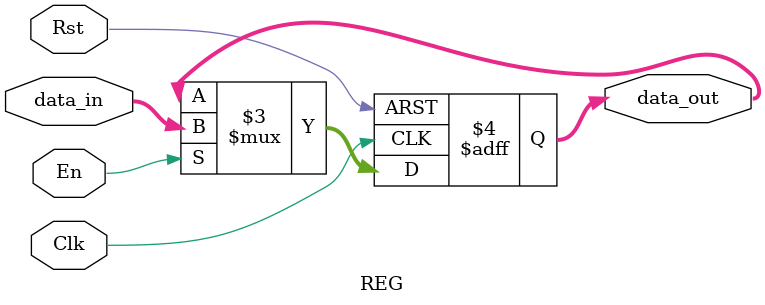
<source format=v>
module REG(data_in, data_out, Clk, En, Rst);
    parameter DATA_WIDTH = 8;

    input       Clk, En, Rst;
    input       [DATA_WIDTH - 1:0] data_in;
    output reg  [DATA_WIDTH - 1:0] data_out;

    always @ (posedge Clk or negedge Rst) begin
        if (!Rst) data_out <= 0;
        else data_out <= (En) ? data_in : data_out;
    end
endmodule
</source>
